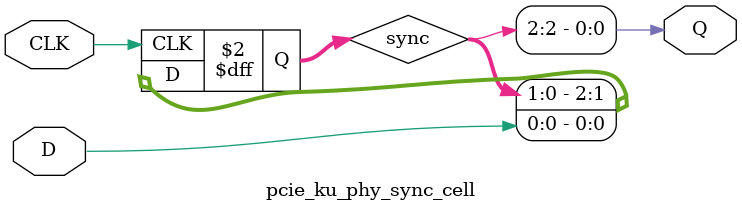
<source format=v>





`timescale 1ps / 1ps



//-------------------------------------------------------------------------------------------------
//  Synchronizer Library Module
//-------------------------------------------------------------------------------------------------
module pcie_ku_phy_sync_cell #
(
    parameter integer STAGE = 2
)
(
    //-------------------------------------------------------------------------- 
    //  Input Ports
    //-------------------------------------------------------------------------- 
    input                               CLK,
    input                               D,
    
    //-------------------------------------------------------------------------- 
    //  Output Ports
    //-------------------------------------------------------------------------- 
    output                              Q
);

    //-------------------------------------------------------------------------- 
    //  Synchronized Signals
    //--------------------------------------------------------------------------  
    (* KEEP = "TRUE", ASYNC_REG = "TRUE", SHIFT_EXTRACT = "NO" *) reg [STAGE:0] sync;                                                            



//--------------------------------------------------------------------------------------------------
//  Synchronizier
//--------------------------------------------------------------------------------------------------
always @ (posedge CLK)
begin

    sync <= {sync[(STAGE-1):0], D};
            
end   



//--------------------------------------------------------------------------------------------------
//  Generate Output
//--------------------------------------------------------------------------------------------------
assign Q = sync[STAGE];


endmodule


</source>
